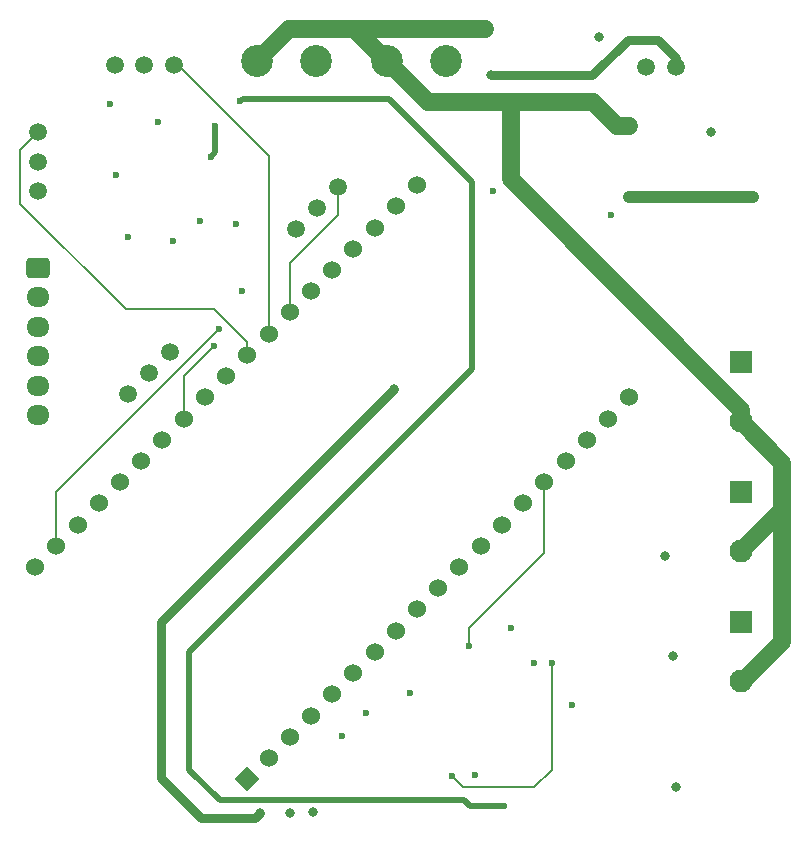
<source format=gbr>
%TF.GenerationSoftware,KiCad,Pcbnew,9.0.1*%
%TF.CreationDate,2025-04-16T13:42:57-07:00*%
%TF.ProjectId,IO:Sensor Board,494f3a53-656e-4736-9f72-20426f617264,rev?*%
%TF.SameCoordinates,Original*%
%TF.FileFunction,Copper,L4,Bot*%
%TF.FilePolarity,Positive*%
%FSLAX46Y46*%
G04 Gerber Fmt 4.6, Leading zero omitted, Abs format (unit mm)*
G04 Created by KiCad (PCBNEW 9.0.1) date 2025-04-16 13:42:57*
%MOMM*%
%LPD*%
G01*
G04 APERTURE LIST*
G04 Aperture macros list*
%AMRoundRect*
0 Rectangle with rounded corners*
0 $1 Rounding radius*
0 $2 $3 $4 $5 $6 $7 $8 $9 X,Y pos of 4 corners*
0 Add a 4 corners polygon primitive as box body*
4,1,4,$2,$3,$4,$5,$6,$7,$8,$9,$2,$3,0*
0 Add four circle primitives for the rounded corners*
1,1,$1+$1,$2,$3*
1,1,$1+$1,$4,$5*
1,1,$1+$1,$6,$7*
1,1,$1+$1,$8,$9*
0 Add four rect primitives between the rounded corners*
20,1,$1+$1,$2,$3,$4,$5,0*
20,1,$1+$1,$4,$5,$6,$7,0*
20,1,$1+$1,$6,$7,$8,$9,0*
20,1,$1+$1,$8,$9,$2,$3,0*%
%AMRotRect*
0 Rectangle, with rotation*
0 The origin of the aperture is its center*
0 $1 length*
0 $2 width*
0 $3 Rotation angle, in degrees counterclockwise*
0 Add horizontal line*
21,1,$1,$2,0,0,$3*%
G04 Aperture macros list end*
%TA.AperFunction,ComponentPad*%
%ADD10C,1.498600*%
%TD*%
%TA.AperFunction,ComponentPad*%
%ADD11R,1.950000X1.950000*%
%TD*%
%TA.AperFunction,ComponentPad*%
%ADD12C,1.950000*%
%TD*%
%TA.AperFunction,ComponentPad*%
%ADD13C,2.700000*%
%TD*%
%TA.AperFunction,ComponentPad*%
%ADD14RotRect,1.530000X1.530000X135.000000*%
%TD*%
%TA.AperFunction,ComponentPad*%
%ADD15C,1.530000*%
%TD*%
%TA.AperFunction,ComponentPad*%
%ADD16RoundRect,0.250000X-0.725000X0.600000X-0.725000X-0.600000X0.725000X-0.600000X0.725000X0.600000X0*%
%TD*%
%TA.AperFunction,ComponentPad*%
%ADD17O,1.950000X1.700000*%
%TD*%
%TA.AperFunction,ViaPad*%
%ADD18C,0.600000*%
%TD*%
%TA.AperFunction,ViaPad*%
%ADD19C,0.800000*%
%TD*%
%TA.AperFunction,Conductor*%
%ADD20C,0.750000*%
%TD*%
%TA.AperFunction,Conductor*%
%ADD21C,0.175000*%
%TD*%
%TA.AperFunction,Conductor*%
%ADD22C,0.500000*%
%TD*%
%TA.AperFunction,Conductor*%
%ADD23C,1.500000*%
%TD*%
%TA.AperFunction,Conductor*%
%ADD24C,1.000000*%
%TD*%
%TA.AperFunction,Conductor*%
%ADD25C,0.200000*%
%TD*%
G04 APERTURE END LIST*
D10*
%TO.P,J1,1,1*%
%TO.N,PYRO_1*%
X146142393Y-95606859D03*
%TO.P,J1,2,2*%
%TO.N,PYRO_2*%
X144374626Y-97374626D03*
%TO.P,J1,3,3*%
%TO.N,PYRO_3*%
X142606859Y-99142393D03*
%TD*%
D11*
%TO.P,P2,1,1*%
%TO.N,Net-(P2-Pad1)*%
X194500000Y-107500000D03*
D12*
%TO.P,P2,2,2*%
%TO.N,+12V*%
X194500000Y-112500000D03*
%TD*%
D13*
%TO.P,U10,P$1,+*%
%TO.N,+12V*%
X164500000Y-71000000D03*
%TO.P,U10,P$2,-*%
%TO.N,GND*%
X169500000Y-71000000D03*
%TD*%
D11*
%TO.P,P3,1,1*%
%TO.N,Net-(P3-Pad1)*%
X194500000Y-96500000D03*
D12*
%TO.P,P3,2,2*%
%TO.N,+12V*%
X194500000Y-101500000D03*
%TD*%
D10*
%TO.P,J4,1,1*%
%TO.N,+5V_b*%
X189000000Y-71500000D03*
%TO.P,J4,2,2*%
%TO.N,GND*%
X186500000Y-71500000D03*
%TD*%
%TO.P,J5,1,1*%
%TO.N,SERVO_6*%
X135000000Y-77000000D03*
%TO.P,J5,2,2*%
%TO.N,+5V_b*%
X135000000Y-79500000D03*
%TO.P,J5,3,3*%
%TO.N,GND*%
X135000000Y-82000000D03*
%TD*%
D14*
%TO.P,U2,1,3V3*%
%TO.N,unconnected-(U2-3V3-Pad1)*%
X152703949Y-131796051D03*
D15*
%TO.P,U2,2,EN*%
%TO.N,unconnected-(U2-EN-Pad2)*%
X154500000Y-130000000D03*
%TO.P,U2,3,SENSOR_VP*%
%TO.N,SERVO_1*%
X156296052Y-128203949D03*
%TO.P,U2,4,SENSOR_VN*%
%TO.N,SERVO_2*%
X158092103Y-126407897D03*
%TO.P,U2,5,IO34*%
%TO.N,SERVO_3*%
X159888154Y-124611846D03*
%TO.P,U2,6,IO35*%
%TO.N,SERVO_4*%
X161684205Y-122815795D03*
%TO.P,U2,7,IO32*%
%TO.N,PYRO_4*%
X163480257Y-121019744D03*
%TO.P,U2,8,IO33*%
%TO.N,PYRO_5*%
X165276308Y-119223693D03*
%TO.P,U2,9,IO25*%
%TO.N,unconnected-(U2-IO25-Pad9)*%
X167072359Y-117427641D03*
%TO.P,U2,10,IO26*%
%TO.N,unconnected-(U2-IO26-Pad10)*%
X168868410Y-115631590D03*
%TO.P,U2,11,IO27*%
%TO.N,unconnected-(U2-IO27-Pad11)*%
X170664461Y-113835539D03*
%TO.P,U2,12,IO14*%
%TO.N,ICM_CLK*%
X172460513Y-112039488D03*
%TO.P,U2,13,IO12*%
%TO.N,ICM_MISO*%
X174256564Y-110243436D03*
%TO.P,U2,14,GND1*%
%TO.N,GND*%
X176052615Y-108447385D03*
%TO.P,U2,15,IO13*%
%TO.N,ICM_MOSI*%
X177848666Y-106651334D03*
%TO.P,U2,16,SD2*%
%TO.N,PYRO_6*%
X179644718Y-104855283D03*
%TO.P,U2,17,SD3*%
%TO.N,PYRO_7*%
X181440769Y-103059231D03*
%TO.P,U2,18,CMD*%
%TO.N,PYRO_8*%
X183236820Y-101263180D03*
%TO.P,U2,19,EXT_5V*%
%TO.N,+5V_a*%
X185032871Y-99467129D03*
%TO.P,U2,20,CLK*%
%TO.N,unconnected-(U2-CLK-Pad20)*%
X167072359Y-81506617D03*
%TO.P,U2,21,SD0*%
%TO.N,unconnected-(U2-SD0-Pad21)*%
X165276308Y-83302668D03*
%TO.P,U2,22,SD1*%
%TO.N,unconnected-(U2-SD1-Pad22)*%
X163480257Y-85098719D03*
%TO.P,U2,23,IO15*%
%TO.N,ICM_CS*%
X161684205Y-86894770D03*
%TO.P,U2,24,IO2*%
%TO.N,unconnected-(U2-IO2-Pad24)*%
X159888154Y-88690822D03*
%TO.P,U2,25,IO0*%
%TO.N,unconnected-(U2-IO0-Pad25)*%
X158092103Y-90486873D03*
%TO.P,U2,26,IO4*%
%TO.N,SERVO_7*%
X156296052Y-92282924D03*
%TO.P,U2,27,IO16*%
%TO.N,SERVO_5*%
X154500000Y-94078975D03*
%TO.P,U2,28,IO17*%
%TO.N,SERVO_6*%
X152703949Y-95875027D03*
%TO.P,U2,29,IO5*%
%TO.N,BMP_CS*%
X150907898Y-97671078D03*
%TO.P,U2,30,IO18*%
%TO.N,BMP_CLK*%
X149111847Y-99467129D03*
%TO.P,U2,31,IO19*%
%TO.N,BMP_MISO*%
X147315795Y-101263180D03*
%TO.P,U2,32,GND2*%
%TO.N,GND*%
X145519744Y-103059231D03*
%TO.P,U2,33,IO21*%
%TO.N,unconnected-(U2-IO21-Pad33)*%
X143723693Y-104855283D03*
%TO.P,U2,34,RXD0*%
%TO.N,PYRO_1*%
X141927642Y-106651334D03*
%TO.P,U2,35,TXD0*%
%TO.N,PYRO_2*%
X140131591Y-108447385D03*
%TO.P,U2,36,IO22*%
%TO.N,PYRO_3*%
X138335539Y-110243436D03*
%TO.P,U2,37,IO23*%
%TO.N,BMP_MOSI*%
X136539488Y-112039488D03*
%TO.P,U2,38,GND3*%
%TO.N,GND*%
X134743437Y-113835539D03*
%TD*%
D10*
%TO.P,J2,1,1*%
%TO.N,SERVO_5*%
X146466600Y-71329801D03*
%TO.P,J2,2,2*%
%TO.N,+5V_b*%
X143966600Y-71329801D03*
%TO.P,J2,3,3*%
%TO.N,GND*%
X141466600Y-71329801D03*
%TD*%
D16*
%TO.P,J3,1,1*%
%TO.N,SERVO_1*%
X135000000Y-88500000D03*
D17*
%TO.P,J3,2,2*%
%TO.N,SERVO_2*%
X135000000Y-91000000D03*
%TO.P,J3,3,3*%
%TO.N,SERVO_3*%
X135000000Y-93500000D03*
%TO.P,J3,4,4*%
%TO.N,SERVO_4*%
X135000000Y-95999999D03*
%TO.P,J3,5,5*%
%TO.N,PYRO_4*%
X134999999Y-98499999D03*
%TO.P,J3,6,6*%
%TO.N,PYRO_5*%
X135000000Y-101000000D03*
%TD*%
D11*
%TO.P,P1,1,1*%
%TO.N,Net-(P1-Pad1)*%
X194462500Y-118500000D03*
D12*
%TO.P,P1,2,2*%
%TO.N,+12V*%
X194462500Y-123500000D03*
%TD*%
D13*
%TO.P,U8,P$1,+*%
%TO.N,+12V*%
X153500000Y-71000000D03*
%TO.P,U8,P$2,-*%
%TO.N,GND*%
X158500000Y-71000000D03*
%TD*%
D10*
%TO.P,J6,1,1*%
%TO.N,SERVO_7*%
X160345222Y-81654028D03*
%TO.P,J6,2,2*%
%TO.N,+5V_b*%
X158577455Y-83421795D03*
%TO.P,J6,3,3*%
%TO.N,GND*%
X156809688Y-85189562D03*
%TD*%
D18*
%TO.N,GND*%
X145175302Y-76186325D03*
D19*
X189000000Y-132500000D03*
D18*
X152231775Y-90500000D03*
D19*
X188080000Y-112900000D03*
D18*
X162747829Y-126229290D03*
X146424375Y-86251819D03*
D19*
X188760000Y-121350001D03*
D18*
X180200001Y-125500000D03*
X141611915Y-80682712D03*
X160706499Y-128122601D03*
X151725629Y-84821974D03*
X142588226Y-85903759D03*
X177000000Y-122000000D03*
X183500000Y-84000000D03*
D19*
X158300000Y-134600000D03*
D18*
X172000001Y-131400001D03*
D19*
X182500000Y-69000000D03*
D18*
X173500000Y-82000000D03*
X175000000Y-119000000D03*
X148702748Y-84521454D03*
D19*
X192000000Y-77000000D03*
D18*
X166500001Y-124500001D03*
D19*
X156300000Y-134700000D03*
D18*
X141094532Y-74629459D03*
D19*
%TO.N,+5V_b*%
X153800000Y-134700000D03*
X165100000Y-98800000D03*
X173300000Y-72200000D03*
D18*
%TO.N,ICM_MOSI*%
X171500000Y-120500000D03*
%TO.N,+3.3V_b*%
X152100000Y-74400000D03*
X174400000Y-134100000D03*
X150000000Y-76500000D03*
X149600000Y-79100000D03*
D19*
%TO.N,+12V*%
X185000000Y-76500000D03*
X172800000Y-68251000D03*
%TO.N,Net-(JP2-A)*%
X185000000Y-82500000D03*
X195500000Y-82500000D03*
D18*
%TO.N,ICM_MISO*%
X178500000Y-122000000D03*
X170000000Y-131500000D03*
%TO.N,BMP_MISO*%
X149850000Y-95150000D03*
%TO.N,BMP_MOSI*%
X150300000Y-93700000D03*
%TD*%
D20*
%TO.N,+5V_b*%
X184900000Y-69200000D02*
X187500000Y-69200000D01*
X145400000Y-131700000D02*
X145400000Y-118500000D01*
X148824000Y-135124000D02*
X145400000Y-131700000D01*
X181900000Y-72200000D02*
X184900000Y-69200000D01*
X145400000Y-118500000D02*
X165100000Y-98800000D01*
X187500000Y-69200000D02*
X189000000Y-70700000D01*
X153800000Y-134700000D02*
X153376000Y-135124000D01*
X153376000Y-135124000D02*
X148824000Y-135124000D01*
X173300000Y-72200000D02*
X181900000Y-72200000D01*
X189000000Y-70700000D02*
X189000000Y-71500000D01*
D21*
%TO.N,ICM_MOSI*%
X171500000Y-119000000D02*
X177848666Y-112651334D01*
X177848666Y-112651334D02*
X177848666Y-106651334D01*
X171500000Y-120500000D02*
X171500000Y-119000000D01*
D22*
%TO.N,+3.3V_b*%
X152100000Y-74400000D02*
X152300000Y-74200000D01*
X149600000Y-79100000D02*
X150000000Y-78700000D01*
X152300000Y-74200000D02*
X164691364Y-74200000D01*
X147800000Y-131000000D02*
X150400000Y-133600000D01*
X171537925Y-134100000D02*
X174400000Y-134100000D01*
X150000000Y-78700000D02*
X150000000Y-76500000D01*
X147800000Y-121000000D02*
X147800000Y-131000000D01*
X171701000Y-81209636D02*
X171701000Y-97099000D01*
X150400000Y-133600000D02*
X171037925Y-133600000D01*
X164691364Y-74200000D02*
X171701000Y-81209636D01*
X171037925Y-133600000D02*
X171537925Y-134100000D01*
X171701000Y-97099000D02*
X147800000Y-121000000D01*
D23*
%TO.N,+12V*%
X161751000Y-68251000D02*
X164500000Y-71000000D01*
X198000000Y-120162500D02*
X194662500Y-123500000D01*
X168000000Y-74500000D02*
X175000000Y-74500000D01*
X175000000Y-74500000D02*
X175000000Y-81000000D01*
X198000000Y-109000000D02*
X198000000Y-120162500D01*
X184000000Y-76500000D02*
X185000000Y-76500000D01*
X198000000Y-109000000D02*
X194500000Y-112500000D01*
X182000000Y-74500000D02*
X183500000Y-76000000D01*
X194500000Y-101500000D02*
X198000000Y-105000000D01*
X164500000Y-71000000D02*
X168000000Y-74500000D01*
X180500000Y-74500000D02*
X182000000Y-74500000D01*
X198000000Y-105000000D02*
X198000000Y-109000000D01*
X194500000Y-100500000D02*
X194500000Y-101500000D01*
X161751000Y-68251000D02*
X172800000Y-68251000D01*
X183500000Y-76000000D02*
X184000000Y-76500000D01*
X175000000Y-81000000D02*
X194500000Y-100500000D01*
X175000000Y-74500000D02*
X180500000Y-74500000D01*
X153500000Y-71000000D02*
X156249000Y-68251000D01*
X156249000Y-68251000D02*
X161751000Y-68251000D01*
D24*
%TO.N,Net-(JP2-A)*%
X195500000Y-82500000D02*
X185000000Y-82500000D01*
D25*
%TO.N,SERVO_5*%
X146500000Y-71000000D02*
X154500000Y-79000000D01*
X154500000Y-79000000D02*
X154500000Y-94078975D01*
%TO.N,SERVO_6*%
X135000000Y-77000000D02*
X133500000Y-78500000D01*
X133500000Y-78500000D02*
X133500000Y-83100000D01*
X142400000Y-92000000D02*
X149910795Y-92000000D01*
X149910795Y-92000000D02*
X152703949Y-94793154D01*
X133500000Y-83100000D02*
X142400000Y-92000000D01*
X152703949Y-94793154D02*
X152703949Y-95875027D01*
%TO.N,SERVO_7*%
X156296052Y-88103948D02*
X160345222Y-84054778D01*
X156296052Y-92282924D02*
X156296052Y-88103948D01*
X160345222Y-84054778D02*
X160345222Y-81654028D01*
D21*
%TO.N,ICM_MISO*%
X170000000Y-131500000D02*
X171000000Y-132500000D01*
X171000000Y-132500000D02*
X177000000Y-132500000D01*
X177000000Y-132500000D02*
X178500000Y-131000000D01*
X178500000Y-131000000D02*
X178500000Y-122000000D01*
%TO.N,BMP_MISO*%
X149850000Y-95150000D02*
X147315795Y-97684205D01*
X147315795Y-97684205D02*
X147315795Y-101263180D01*
%TO.N,BMP_MOSI*%
X150300000Y-93700000D02*
X136539488Y-107460512D01*
X136539488Y-107460512D02*
X136539488Y-112039488D01*
%TD*%
M02*

</source>
